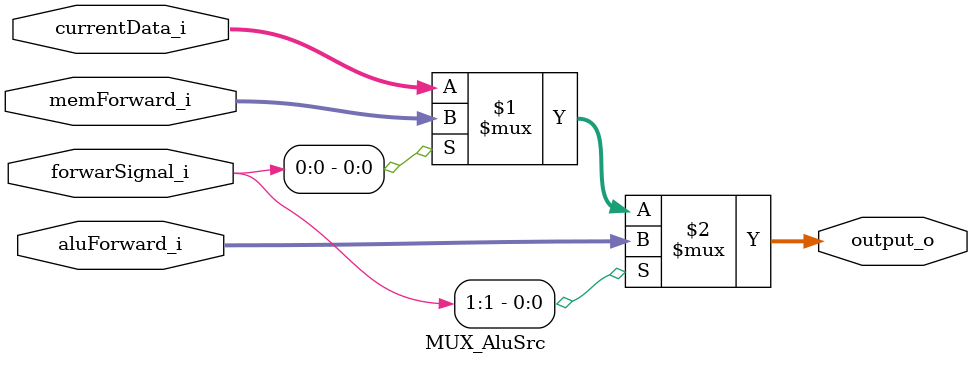
<source format=v>
module MUX_AluSrc
(
    currentData_i,
    aluForward_i,
    memForward_i,
    forwarSignal_i,
    output_o
);

//ForwardA = 00  ID/EX
//ForwardA = 10 EX/MEM
//ForwardA = 01 MEM/WB
// Interface
input  [31:0] currentData_i;
input  [31:0] aluForward_i;
input  [31:0] memForward_i;
input  [1:0]  forwarSignal_i;
output [31:0] output_o;
// Calculate

assign output_o = (forwarSignal_i[1])? aluForward_i: (forwarSignal_i[0])? memForward_i: currentData_i;
endmodule
</source>
